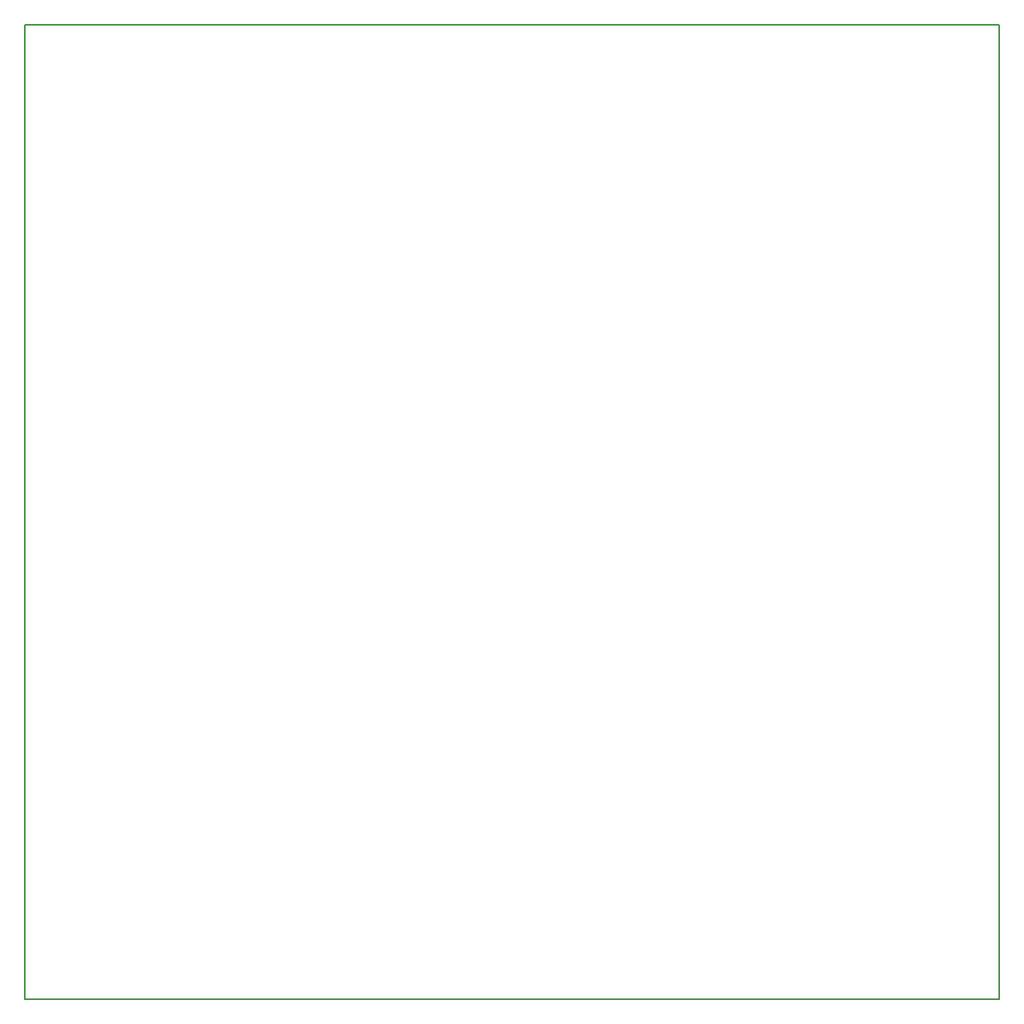
<source format=gko>
G04 This is an RS-274x file exported by *
G04 gerbv version 2.6.1 *
G04 More information is available about gerbv at *
G04 http://gerbv.geda-project.org/ *
G04 --End of header info--*
%MOIN*%
%FSLAX34Y34*%
%IPPOS*%
G04 --Define apertures--*
%ADD10C,0.0079*%
%ADD11C,0.0050*%
%ADD12R,0.0512X0.0080*%
G04 --Start main section--*
G54D11*
G01X0003974Y0043270D02*
G01X0043270Y0043270D01*
G01X0043270Y0003974D02*
G01X0043270Y0043270D01*
G01X0003974Y0003974D02*
G01X0043270Y0003974D01*
G01X0003974Y0003974D02*
G01X0003974Y0043270D01*
M02*

</source>
